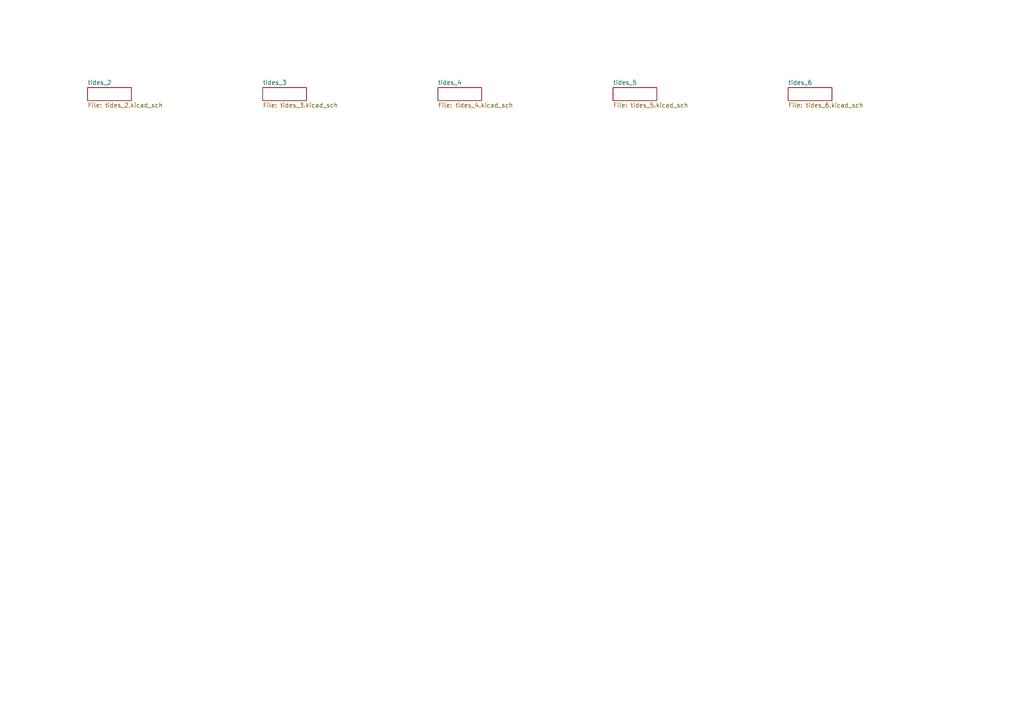
<source format=kicad_sch>
(kicad_sch (version 20211123) (generator eeschema)
  (paper "A4")
  (lib_symbols)
  (sheet (at 127 25.4) (size 12.7 3.81)
    (property "Sheet name" "tides_4" (at 127 24.6884 0) (effects (justify left bottom)))
    (property "Sheet file" "tides_4.kicad_sch" (at 127 29.7946 0) (effects (justify left top)))
  )
  (sheet (at 228.6 25.4) (size 12.7 3.81)
    (property "Sheet name" "tides_6" (at 228.6 24.6884 0) (effects (justify left bottom)))
    (property "Sheet file" "tides_6.kicad_sch" (at 228.6 29.7946 0) (effects (justify left top)))
  )
  (sheet (at 177.8 25.4) (size 12.7 3.81)
    (property "Sheet name" "tides_5" (at 177.8 24.6884 0) (effects (justify left bottom)))
    (property "Sheet file" "tides_5.kicad_sch" (at 177.8 29.7946 0) (effects (justify left top)))
  )
  (sheet (at 76.2 25.4) (size 12.7 3.81)
    (property "Sheet name" "tides_3" (at 76.2 24.6884 0) (effects (justify left bottom)))
    (property "Sheet file" "tides_3.kicad_sch" (at 76.2 29.7946 0) (effects (justify left top)))
  )
  (sheet (at 25.4 25.4) (size 12.7 3.81)
    (property "Sheet name" "tides_2" (at 25.4 24.6884 0) (effects (justify left bottom)))
    (property "Sheet file" "tides_2.kicad_sch" (at 25.4 29.7946 0) (effects (justify left top)))
  )
)
</source>
